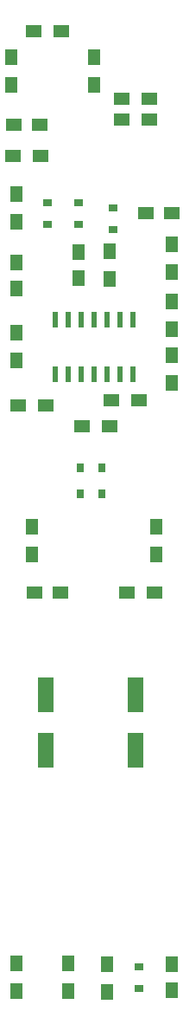
<source format=gbr>
%TF.GenerationSoftware,KiCad,Pcbnew,(5.1.6-0)*%
%TF.CreationDate,2022-12-04T14:57:16-05:00*%
%TF.ProjectId,KickDrum,4b69636b-4472-4756-9d2e-6b696361645f,rev?*%
%TF.SameCoordinates,Original*%
%TF.FileFunction,Paste,Top*%
%TF.FilePolarity,Positive*%
%FSLAX46Y46*%
G04 Gerber Fmt 4.6, Leading zero omitted, Abs format (unit mm)*
G04 Created by KiCad (PCBNEW (5.1.6-0)) date 2022-12-04 14:57:16*
%MOMM*%
%LPD*%
G01*
G04 APERTURE LIST*
%ADD10R,1.600000X3.500000*%
%ADD11R,0.600000X1.500000*%
%ADD12R,1.300000X1.500000*%
%ADD13R,1.500000X1.300000*%
%ADD14R,0.800000X0.900000*%
%ADD15R,0.900000X0.800000*%
%ADD16R,1.500000X1.250000*%
%ADD17R,1.250000X1.500000*%
G04 APERTURE END LIST*
D10*
%TO.C,C8*%
X117188000Y-142588000D03*
X117188000Y-147988000D03*
%TD*%
%TO.C,C7*%
X125984000Y-147988000D03*
X125984000Y-142588000D03*
%TD*%
D11*
%TO.C,U1*%
X125730000Y-105885000D03*
X124460000Y-105885000D03*
X123190000Y-105885000D03*
X121920000Y-105885000D03*
X120650000Y-105885000D03*
X119380000Y-105885000D03*
X118110000Y-105885000D03*
X118110000Y-111285000D03*
X119380000Y-111285000D03*
X120650000Y-111285000D03*
X121920000Y-111285000D03*
X123190000Y-111285000D03*
X124460000Y-111285000D03*
X125730000Y-111285000D03*
%TD*%
D12*
%TO.C,R21*%
X114300000Y-171530000D03*
X114300000Y-168830000D03*
%TD*%
%TO.C,R20*%
X119380000Y-168830000D03*
X119380000Y-171530000D03*
%TD*%
D13*
%TO.C,R19*%
X123618000Y-113792000D03*
X126318000Y-113792000D03*
%TD*%
%TO.C,R18*%
X123444000Y-116332000D03*
X120744000Y-116332000D03*
%TD*%
%TO.C,R17*%
X125142000Y-132588000D03*
X127842000Y-132588000D03*
%TD*%
D12*
%TO.C,R16*%
X115824000Y-128858000D03*
X115824000Y-126158000D03*
%TD*%
D13*
%TO.C,R15*%
X114474000Y-114300000D03*
X117174000Y-114300000D03*
%TD*%
D12*
%TO.C,R14*%
X128016000Y-126158000D03*
X128016000Y-128858000D03*
%TD*%
%TO.C,R13*%
X114300000Y-109888000D03*
X114300000Y-107188000D03*
%TD*%
%TO.C,R12*%
X113792000Y-82964000D03*
X113792000Y-80264000D03*
%TD*%
%TO.C,R11*%
X114300000Y-96346000D03*
X114300000Y-93646000D03*
%TD*%
D13*
%TO.C,R10*%
X116666000Y-89916000D03*
X113966000Y-89916000D03*
%TD*%
%TO.C,R9*%
X118698000Y-77724000D03*
X115998000Y-77724000D03*
%TD*%
D12*
%TO.C,R8*%
X121920000Y-80264000D03*
X121920000Y-82964000D03*
%TD*%
%TO.C,R7*%
X123444000Y-99234000D03*
X123444000Y-101934000D03*
%TD*%
D13*
%TO.C,R6*%
X127334000Y-86360000D03*
X124634000Y-86360000D03*
%TD*%
%TO.C,R5*%
X127334000Y-84328000D03*
X124634000Y-84328000D03*
%TD*%
D12*
%TO.C,R4*%
X129540000Y-98552000D03*
X129540000Y-101252000D03*
%TD*%
%TO.C,R3*%
X129540000Y-104140000D03*
X129540000Y-106840000D03*
%TD*%
%TO.C,R2*%
X129540000Y-109394000D03*
X129540000Y-112094000D03*
%TD*%
%TO.C,R1*%
X123190000Y-168910000D03*
X123190000Y-171610000D03*
%TD*%
D14*
%TO.C,D6*%
X122716000Y-120396000D03*
X120616000Y-120396000D03*
%TD*%
%TO.C,D5*%
X120616000Y-122936000D03*
X122716000Y-122936000D03*
%TD*%
D15*
%TO.C,D4*%
X117348000Y-94454000D03*
X117348000Y-96554000D03*
%TD*%
%TO.C,D3*%
X120396000Y-96554000D03*
X120396000Y-94454000D03*
%TD*%
%TO.C,D2*%
X123825000Y-97062000D03*
X123825000Y-94962000D03*
%TD*%
%TO.C,D1*%
X126365000Y-171230000D03*
X126365000Y-169130000D03*
%TD*%
D16*
%TO.C,C6*%
X116098000Y-132588000D03*
X118598000Y-132588000D03*
%TD*%
D17*
%TO.C,C5*%
X114300000Y-100350000D03*
X114300000Y-102850000D03*
%TD*%
D16*
%TO.C,C4*%
X114066000Y-86868000D03*
X116566000Y-86868000D03*
%TD*%
D17*
%TO.C,C3*%
X120396000Y-101834000D03*
X120396000Y-99334000D03*
%TD*%
D16*
%TO.C,C2*%
X129520000Y-95504000D03*
X127020000Y-95504000D03*
%TD*%
D17*
%TO.C,C1*%
X129540000Y-171410000D03*
X129540000Y-168910000D03*
%TD*%
M02*

</source>
